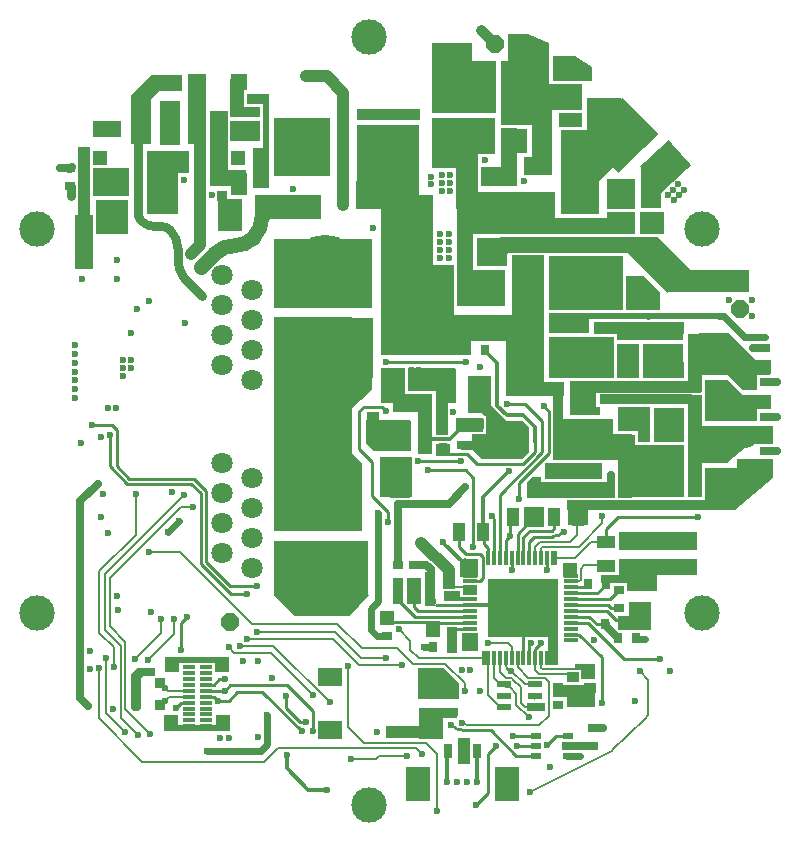
<source format=gtl>
G04*
G04 #@! TF.GenerationSoftware,Altium Limited,Altium Designer,22.1.2 (22)*
G04*
G04 Layer_Physical_Order=1*
G04 Layer_Color=255*
%FSLAX25Y25*%
%MOIN*%
G70*
G04*
G04 #@! TF.SameCoordinates,718D4045-E2B1-425D-88C3-508A2C93E544*
G04*
G04*
G04 #@! TF.FilePolarity,Positive*
G04*
G01*
G75*
%ADD11C,0.01000*%
%ADD13C,0.00800*%
%ADD25R,0.22835X0.24410*%
%ADD26R,0.06299X0.11811*%
%ADD27R,0.03000X0.03500*%
%ADD28R,0.17717X0.06496*%
%ADD29R,0.03500X0.03000*%
%ADD30R,0.02559X0.03819*%
%ADD31R,0.06693X0.09843*%
%ADD32R,0.10984X0.10118*%
%ADD33R,0.15748X0.07874*%
%ADD34R,0.04803X0.02441*%
%ADD35R,0.03622X0.03228*%
%ADD36R,0.08268X0.11811*%
%ADD37R,0.03150X0.05118*%
%ADD38R,0.04173X0.07165*%
%ADD39R,0.03740X0.02362*%
%ADD40R,0.07874X0.05906*%
%ADD41R,0.04724X0.04724*%
%ADD42R,0.04000X0.06000*%
%ADD43R,0.06000X0.04000*%
%ADD44R,0.03937X0.01181*%
%ADD45R,0.05118X0.04606*%
%ADD46P,0.06494X8X202.5*%
%ADD47P,0.06494X8X292.5*%
%ADD48R,0.03150X0.03543*%
%ADD49R,0.19685X0.19685*%
%ADD50R,0.01260X0.04803*%
%ADD51R,0.04803X0.01260*%
%ADD52R,0.02362X0.03150*%
%ADD53R,0.03150X0.02362*%
%ADD54R,0.10236X0.12598*%
%ADD98C,0.03000*%
%ADD99C,0.05000*%
%ADD100C,0.01200*%
%ADD101C,0.02500*%
%ADD102C,0.04000*%
%ADD103C,0.02200*%
%ADD104C,0.03500*%
%ADD105C,0.02000*%
%ADD106R,0.33000X0.14300*%
%ADD107R,0.19400X0.04800*%
%ADD108R,0.26100X0.08785*%
%ADD109R,0.03800X0.26000*%
%ADD110R,0.12600X0.19200*%
%ADD111R,0.31700X0.18406*%
%ADD112R,0.29600X0.22500*%
%ADD113R,0.31000X0.08800*%
%ADD114R,0.06300X0.22000*%
%ADD115R,0.05726X0.31600*%
%ADD116R,0.12200X0.05300*%
%ADD117R,0.03726X0.19585*%
G04:AMPARAMS|DCode=118|XSize=155.54mil|YSize=69.2mil|CornerRadius=0mil|HoleSize=0mil|Usage=FLASHONLY|Rotation=45.000|XOffset=0mil|YOffset=0mil|HoleType=Round|Shape=Rectangle|*
%AMROTATEDRECTD118*
4,1,4,-0.03053,-0.07946,-0.07946,-0.03053,0.03053,0.07946,0.07946,0.03053,-0.03053,-0.07946,0.0*
%
%ADD118ROTATEDRECTD118*%

G04:AMPARAMS|DCode=119|XSize=62.04mil|YSize=111.79mil|CornerRadius=0mil|HoleSize=0mil|Usage=FLASHONLY|Rotation=42.000|XOffset=0mil|YOffset=0mil|HoleType=Round|Shape=Rectangle|*
%AMROTATEDRECTD119*
4,1,4,0.01435,-0.06229,-0.06045,0.02078,-0.01435,0.06229,0.06045,-0.02078,0.01435,-0.06229,0.0*
%
%ADD119ROTATEDRECTD119*%

%ADD120R,0.16437X0.25000*%
%ADD121R,0.16237X0.12100*%
%ADD122R,0.05498X0.55954*%
%ADD123R,0.13000X0.60600*%
%ADD124R,0.05000X0.04450*%
%ADD125R,0.04200X0.06000*%
%ADD126R,0.05600X0.05800*%
%ADD127R,0.13800X0.18000*%
%ADD128R,0.07500X0.01100*%
%ADD129R,0.04600X0.04736*%
%ADD130R,0.06150X0.05100*%
%ADD131R,0.13800X0.23300*%
%ADD132R,0.05891X0.02561*%
%ADD133R,0.04379X0.03324*%
%ADD134R,0.03726X0.29097*%
%ADD135R,0.04678X0.04937*%
%ADD136R,0.07079X0.02200*%
%ADD137R,0.21429X0.01846*%
%ADD138R,0.10800X0.13495*%
%ADD139R,0.09378X0.07700*%
%ADD140R,0.14300X0.04337*%
%ADD141R,0.53000X0.05200*%
%ADD142R,0.07200X0.19100*%
%ADD143R,0.12372X0.09500*%
%ADD144R,0.25900X0.52000*%
%ADD145R,0.08400X0.07500*%
G04:AMPARAMS|DCode=146|XSize=88.39mil|YSize=172.54mil|CornerRadius=0mil|HoleSize=0mil|Usage=FLASHONLY|Rotation=45.000|XOffset=0mil|YOffset=0mil|HoleType=Round|Shape=Rectangle|*
%AMROTATEDRECTD146*
4,1,4,0.02975,-0.09225,-0.09225,0.02975,-0.02975,0.09225,0.09225,-0.02975,0.02975,-0.09225,0.0*
%
%ADD146ROTATEDRECTD146*%

%ADD147R,0.10122X0.05522*%
%ADD148R,0.06200X0.23500*%
%ADD149R,0.04031X0.03870*%
%ADD150R,0.04700X0.34300*%
%ADD151R,0.04700X0.19700*%
%ADD152R,0.03600X0.06900*%
%ADD153R,0.18700X0.19337*%
%ADD154R,0.04500X0.07177*%
%ADD155R,0.07235X0.08200*%
%ADD156R,0.22300X0.03500*%
%ADD157R,0.25900X0.05900*%
%ADD158R,0.03850X0.03537*%
%ADD159R,0.20713X0.05800*%
G04:AMPARAMS|DCode=160|XSize=157.93mil|YSize=61.55mil|CornerRadius=0mil|HoleSize=0mil|Usage=FLASHONLY|Rotation=43.000|XOffset=0mil|YOffset=0mil|HoleType=Round|Shape=Rectangle|*
%AMROTATEDRECTD160*
4,1,4,-0.03676,-0.07636,-0.07874,-0.03135,0.03676,0.07636,0.07874,0.03135,-0.03676,-0.07636,0.0*
%
%ADD160ROTATEDRECTD160*%

G04:AMPARAMS|DCode=161|XSize=128.03mil|YSize=66.49mil|CornerRadius=0mil|HoleSize=0mil|Usage=FLASHONLY|Rotation=42.000|XOffset=0mil|YOffset=0mil|HoleType=Round|Shape=Rectangle|*
%AMROTATEDRECTD161*
4,1,4,-0.02533,-0.06754,-0.06982,-0.01813,0.02533,0.06754,0.06982,0.01813,-0.02533,-0.06754,0.0*
%
%ADD161ROTATEDRECTD161*%

%ADD162R,0.07156X0.14150*%
%ADD163R,0.09774X0.10100*%
G04:AMPARAMS|DCode=164|XSize=56.56mil|YSize=100.41mil|CornerRadius=0mil|HoleSize=0mil|Usage=FLASHONLY|Rotation=315.000|XOffset=0mil|YOffset=0mil|HoleType=Round|Shape=Rectangle|*
%AMROTATEDRECTD164*
4,1,4,-0.05550,-0.01550,0.01550,0.05550,0.05550,0.01550,-0.01550,-0.05550,-0.05550,-0.01550,0.0*
%
%ADD164ROTATEDRECTD164*%

%ADD165R,0.07000X0.16426*%
%ADD166R,0.56000X0.03300*%
%ADD167R,0.10100X0.03700*%
%ADD168R,0.04500X0.12300*%
%ADD169R,0.48100X0.02300*%
%ADD170R,0.04600X0.05500*%
%ADD171R,0.04600X0.04444*%
%ADD172R,0.04600X0.04898*%
%ADD173R,0.04200X0.08826*%
%ADD174R,0.21700X0.02200*%
%ADD175R,0.05400X0.06000*%
%ADD176R,0.31050X0.03300*%
%ADD177R,0.29400X0.05200*%
%ADD178R,0.08421X0.06200*%
%ADD179R,0.22100X0.05000*%
%ADD180R,0.18600X0.05000*%
%ADD181R,0.11500X0.12100*%
%ADD182R,0.23900X0.06100*%
%ADD183R,0.39619X0.03900*%
%ADD184R,0.08100X0.12300*%
%ADD185R,0.13700X0.07000*%
%ADD186R,0.18700X0.04400*%
%ADD187R,0.07974X0.04700*%
%ADD188R,0.04600X0.05200*%
%ADD189R,0.10300X0.03000*%
%ADD190R,0.20200X0.08463*%
%ADD191R,0.05100X0.21385*%
%ADD192R,0.10400X0.11600*%
%ADD193R,0.10600X0.07900*%
%ADD194R,0.13200X0.05700*%
%ADD195R,0.13500X0.11800*%
%ADD196R,0.07400X0.11800*%
%ADD197R,0.13979X0.07600*%
%ADD198R,0.03400X0.03500*%
%ADD199R,0.04100X0.24100*%
%ADD200R,0.09700X0.05500*%
%ADD201R,0.10600X0.11617*%
%ADD202R,0.07000X0.02500*%
%ADD203R,0.07100X0.06500*%
G04:AMPARAMS|DCode=204|XSize=53.74mil|YSize=199.4mil|CornerRadius=0mil|HoleSize=0mil|Usage=FLASHONLY|Rotation=45.000|XOffset=0mil|YOffset=0mil|HoleType=Round|Shape=Rectangle|*
%AMROTATEDRECTD204*
4,1,4,0.05150,-0.08950,-0.08950,0.05150,-0.05150,0.08950,0.08950,-0.05150,0.05150,-0.08950,0.0*
%
%ADD204ROTATEDRECTD204*%

%ADD205R,0.27650X0.07700*%
%ADD206R,0.21600X0.17800*%
%ADD207R,0.11055X0.05100*%
%ADD208R,0.07500X0.09600*%
%ADD209R,0.30000X0.04000*%
%ADD210R,0.06400X0.18100*%
%ADD211R,0.02300X0.22800*%
%ADD212R,0.05700X0.13600*%
%ADD213R,0.05900X0.25000*%
%ADD214R,0.27900X0.20200*%
%ADD215R,0.08000X0.05900*%
%ADD216R,0.15900X0.10500*%
G04:AMPARAMS|DCode=217|XSize=208.66mil|YSize=128.77mil|CornerRadius=0mil|HoleSize=0mil|Usage=FLASHONLY|Rotation=45.000|XOffset=0mil|YOffset=0mil|HoleType=Round|Shape=Rectangle|*
%AMROTATEDRECTD217*
4,1,4,-0.02825,-0.11930,-0.11930,-0.02825,0.02825,0.11930,0.11930,0.02825,-0.02825,-0.11930,0.0*
%
%ADD217ROTATEDRECTD217*%

G04:AMPARAMS|DCode=218|XSize=66.31mil|YSize=169.71mil|CornerRadius=0mil|HoleSize=0mil|Usage=FLASHONLY|Rotation=225.000|XOffset=0mil|YOffset=0mil|HoleType=Round|Shape=Rectangle|*
%AMROTATEDRECTD218*
4,1,4,-0.03655,0.08345,0.08345,-0.03655,0.03655,-0.08345,-0.08345,0.03655,-0.03655,0.08345,0.0*
%
%ADD218ROTATEDRECTD218*%

%ADD219R,0.13100X0.27999*%
%ADD220R,0.12000X0.08500*%
%ADD221R,0.15900X0.16400*%
%ADD222R,0.18100X0.17400*%
%ADD223R,0.14019X0.16999*%
%ADD224R,0.21100X0.22200*%
%ADD225R,0.08300X0.10900*%
%ADD226R,0.09800X0.13000*%
%ADD227R,0.18600X0.09800*%
%ADD228R,0.06800X0.14684*%
%ADD229R,0.04800X0.05784*%
%ADD230R,0.03500X0.11600*%
%ADD231R,0.09900X0.10163*%
%ADD232R,0.09841X0.02700*%
%ADD233R,0.03383X0.06000*%
%ADD234R,0.03500X0.08500*%
%ADD235R,0.05500X0.03300*%
%ADD236R,0.02600X0.04803*%
%ADD237R,0.09813X0.07500*%
%ADD238R,0.12000X0.02500*%
%ADD239R,0.03771X0.05100*%
%ADD240R,0.13150X0.03600*%
%ADD241R,0.04800X0.04500*%
%ADD242R,0.07700X0.03200*%
%ADD243R,0.10100X0.06718*%
%ADD244R,0.22400X0.08400*%
%ADD245R,0.24700X0.18463*%
%ADD246R,0.25850X0.05800*%
%ADD247R,0.10400X0.09800*%
%ADD248R,0.10800X0.27600*%
%ADD249R,0.06100X0.11500*%
%ADD250R,0.06199X0.06463*%
%ADD251R,0.05000X0.03200*%
%ADD252R,0.06800X0.08300*%
%ADD253R,0.06572X0.06800*%
%ADD254R,0.01972X0.05000*%
%ADD255R,0.04600X0.08700*%
%ADD256R,0.03700X0.08700*%
%ADD257C,0.22835*%
%ADD258R,0.06260X0.06260*%
%ADD259C,0.06260*%
%ADD260R,0.10394X0.10394*%
%ADD261C,0.10394*%
%ADD262C,0.03937*%
%ADD263C,0.07087*%
%ADD264C,0.11811*%
%ADD265C,0.02362*%
G36*
X59900Y254010D02*
Y248100D01*
X46122D01*
Y257078D01*
X53085D01*
X59900Y254010D01*
D02*
G37*
G36*
X74300Y245931D02*
Y241545D01*
X61400D01*
Y249600D01*
X68523D01*
X74300Y245931D01*
D02*
G37*
G36*
X16800Y228400D02*
X-4200D01*
Y231900D01*
X16800D01*
Y228400D01*
D02*
G37*
G36*
X70800Y226000D02*
X63200D01*
Y230800D01*
X70800D01*
Y226000D01*
D02*
G37*
G36*
X84100Y232016D02*
X72750Y221382D01*
Y235700D01*
X84100D01*
Y232016D01*
D02*
G37*
G36*
X49400Y207200D02*
Y206300D01*
X37400D01*
Y212800D01*
X43900Y212800D01*
Y225600D01*
X49400D01*
Y207200D01*
D02*
G37*
G36*
X-63800Y197100D02*
X-74000D01*
Y216600D01*
X-63800D01*
Y197100D01*
D02*
G37*
G36*
X1100Y165800D02*
X-31800D01*
Y188800D01*
X1100D01*
Y165800D01*
D02*
G37*
G36*
X97000Y171200D02*
Y165000D01*
X89885D01*
X91400Y175400D01*
X91750Y176450D01*
X97000Y171200D01*
D02*
G37*
G36*
X12844Y163400D02*
X34100D01*
Y150000D01*
X5100D01*
Y150200D01*
X5044D01*
Y180239D01*
X12844D01*
Y163400D01*
D02*
G37*
G36*
X81500Y142400D02*
X60000D01*
Y156100D01*
X81500D01*
Y142400D01*
D02*
G37*
G36*
X134000Y143400D02*
X129400D01*
Y138500D01*
Y138300D01*
X124603D01*
X119503Y143400D01*
X110100D01*
Y157291D01*
X119600D01*
X134000Y143400D01*
D02*
G37*
G36*
X1000Y138364D02*
X-6440Y131600D01*
X-20600D01*
X1000Y149698D01*
Y138364D01*
D02*
G37*
G36*
X75500Y135800D02*
Y130200D01*
X67000D01*
Y141500D01*
X75500D01*
Y135800D01*
D02*
G37*
G36*
X129200Y132100D02*
Y127953D01*
X111800D01*
Y141700D01*
X119600D01*
X129200Y132100D01*
D02*
G37*
G36*
X38100Y124500D02*
X28800D01*
Y129100D01*
X38100D01*
Y124500D01*
D02*
G37*
G36*
X28602Y137976D02*
X26300D01*
Y131570D01*
X26219Y131374D01*
Y130626D01*
X26300Y130430D01*
Y123526D01*
X22341D01*
Y137976D01*
X12800D01*
Y145800D01*
X28602D01*
Y137976D01*
D02*
G37*
G36*
X13800Y128200D02*
Y117900D01*
X1600D01*
X-1000Y120500D01*
Y128300D01*
X13700D01*
X13800Y128200D01*
D02*
G37*
G36*
X11800Y136900D02*
X21000D01*
Y131000D01*
X20984D01*
Y117150D01*
X16400D01*
Y131000D01*
X7900D01*
Y133950D01*
X4743D01*
X4697Y133981D01*
X4229Y134074D01*
X3800D01*
Y145772D01*
X11800D01*
Y136900D01*
D02*
G37*
G36*
X40600Y133300D02*
X45947Y127953D01*
X51379D01*
X53355Y125977D01*
Y117585D01*
X51170Y115400D01*
X37527D01*
X34200Y118727D01*
Y123786D01*
X38100D01*
X38169Y123800D01*
X39071D01*
Y129429D01*
X38780Y129720D01*
Y129759D01*
X38741D01*
X37700Y130800D01*
X33100D01*
Y143200D01*
X40600D01*
Y133300D01*
D02*
G37*
G36*
X128300Y121700D02*
X119200Y114110D01*
X109400D01*
Y126010D01*
X127955D01*
X128300Y121700D01*
D02*
G37*
G36*
X77600Y108700D02*
X58500D01*
Y114100D01*
X77600D01*
Y108700D01*
D02*
G37*
G36*
X-7682Y119482D02*
X-2300Y114100D01*
Y107482D01*
X-15200Y119482D01*
X-7682Y119482D01*
D02*
G37*
G36*
X57400Y106759D02*
X52500Y107800D01*
X54200Y109500D01*
X57400D01*
Y106759D01*
D02*
G37*
G36*
X134700Y109200D02*
X122100Y98400D01*
X111800D01*
Y112500D01*
X134700D01*
Y109200D01*
D02*
G37*
G36*
X-6395Y63000D02*
X-24800D01*
X-31724Y69924D01*
X0D01*
X-6395Y63000D01*
D02*
G37*
G36*
X29800Y40643D02*
X29800Y35400D01*
X16395Y35400D01*
Y45718D01*
X24725D01*
X29800Y40643D01*
D02*
G37*
G36*
X-71300Y43200D02*
X-75000D01*
X-75926Y42274D01*
Y32374D01*
X-76800Y31500D01*
X-78600D01*
X-79548Y32448D01*
Y43452D01*
X-77300Y45700D01*
X-71300D01*
Y43200D01*
D02*
G37*
D11*
X27300Y26700D02*
G03*
X31646Y24900I4346J4346D01*
G01*
X53900Y54000D02*
G03*
X53381Y52748I1252J-1252D01*
G01*
X61140Y89543D02*
G03*
X64900Y91100I0J5317D01*
G01*
X62828Y36437D02*
G03*
X62677Y36500I-152J-152D01*
G01*
X41570Y95319D02*
G03*
X41081Y96500I-1670J0D01*
G01*
X900Y103100D02*
Y114402D01*
X6300Y94319D02*
Y97700D01*
X900Y103100D02*
X6300Y97700D01*
X-3300Y118602D02*
X900Y114402D01*
X34600Y86100D02*
Y109200D01*
X32178Y111622D02*
X34600Y109200D01*
X5500Y147700D02*
X32281D01*
X31646Y24900D02*
X40500D01*
X-1703Y132850D02*
X4229D01*
X-3300Y118602D02*
Y131254D01*
X-1703Y132850D01*
X51800Y133800D02*
X57600Y128000D01*
X46100Y133800D02*
X51800D01*
X59900Y117354D02*
Y131200D01*
X50000Y107454D02*
X59900Y117354D01*
X58200Y132900D02*
X59900Y131200D01*
X43539Y103539D02*
X57600Y117600D01*
Y128000D01*
X51200Y113700D02*
X55200Y117700D01*
Y120900D01*
X67291Y56749D02*
X70051D01*
X77500Y33900D02*
Y49300D01*
X70051Y56749D02*
X77500Y49300D01*
X72819Y60816D02*
X84835Y48800D01*
X67161Y60816D02*
X72819D01*
X84835Y48800D02*
X97000D01*
X67161Y56879D02*
X67291Y56749D01*
X67161Y62784D02*
X73416D01*
X78329Y60337D02*
X78528Y60537D01*
X73416Y62784D02*
X75863Y60337D01*
X78329D01*
X-27300Y39900D02*
X-18750Y31350D01*
X-46300Y39900D02*
X-27300D01*
X-18750Y24600D02*
Y31350D01*
X53381Y49005D02*
Y52748D01*
X55010Y36500D02*
X55100Y36410D01*
X32500Y117200D02*
X36000Y113700D01*
X51200D01*
X26400Y117200D02*
X32500D01*
X16400Y114603D02*
X30681D01*
X50000Y102000D02*
Y107454D01*
X43539Y82469D02*
Y103539D01*
X4229Y132850D02*
X5600Y131480D01*
X-54500Y81204D02*
Y104700D01*
X-58503Y108703D02*
X-54500Y104700D01*
X-79903Y108703D02*
X-58503D01*
X14800Y66200D02*
Y68509D01*
Y66200D02*
X16247Y64753D01*
X14800Y68509D02*
X15428Y69137D01*
X16247Y64753D02*
X33696D01*
Y74595D02*
X33723Y74622D01*
X36822D02*
X37900Y75700D01*
Y82714D01*
X33723Y74622D02*
X36822D01*
X62347Y23146D02*
X66413D01*
X59338Y20138D02*
X62347Y23146D01*
X-27734Y32534D02*
Y36366D01*
Y32534D02*
X-23069Y27869D01*
X55350Y49005D02*
Y51963D01*
X87200Y76419D02*
X87459Y76160D01*
X86783Y75483D02*
X87459Y76160D01*
X87700Y76400D01*
X55100Y35861D02*
Y36410D01*
X39602Y49005D02*
X39681Y48926D01*
X54500Y57900D02*
Y60066D01*
X55300Y60866D01*
X55350Y51963D02*
X57400Y54014D01*
X40500Y24900D02*
X48946Y16454D01*
X55587D01*
X44706Y66721D02*
X48059Y63368D01*
X-85819Y126619D02*
X-84100Y124900D01*
X-92460Y126619D02*
X-85819D01*
X-84100Y112900D02*
Y124900D01*
X-86534Y112923D02*
Y123362D01*
X-48100Y38100D02*
X-46300Y39900D01*
X-35700Y37800D02*
X-22500Y24600D01*
X-43900Y37800D02*
X-35700D01*
X-46819Y34881D02*
X-43900Y37800D01*
X-23069Y27869D02*
X-21132D01*
X-46141Y70441D02*
X-40678D01*
X-56219Y80519D02*
X-46141Y70441D01*
X-56219Y80519D02*
Y103919D01*
X-46496Y73200D02*
X-37300D01*
X-54500Y81204D02*
X-46496Y73200D01*
X-62700Y51700D02*
Y60569D01*
X-60700Y62569D01*
X-84100Y112900D02*
X-79903Y108703D01*
X-80614Y107003D02*
X-59303D01*
X-56219Y103919D01*
X-86534Y112923D02*
X-80614Y107003D01*
X48100Y23046D02*
X55587D01*
X41570Y82469D02*
Y95319D01*
X38211Y86989D02*
Y90592D01*
X39590Y84371D02*
Y85610D01*
X38211Y86989D02*
X39590Y85610D01*
X39602Y82469D02*
Y84359D01*
X39590Y84371D02*
X39602Y84359D01*
X37014Y83600D02*
X37900Y82714D01*
X29900Y85900D02*
X32200Y83600D01*
X37014D01*
X29900Y85900D02*
Y92303D01*
X59287Y78481D02*
Y82469D01*
X55080Y89543D02*
X61140D01*
X53381Y87843D02*
X55080Y89543D01*
X61683Y92286D02*
Y96117D01*
X60834Y91437D02*
X61683Y92286D01*
X53608Y91437D02*
X60834D01*
X47476Y78546D02*
Y82469D01*
X45500Y88300D02*
X46900Y89700D01*
X45500Y82477D02*
Y88300D01*
X46900Y89700D02*
Y95100D01*
X48000Y96200D01*
X49444Y82469D02*
Y90344D01*
X53004Y93904D01*
X61600Y96200D02*
X61683Y96117D01*
X19522Y111622D02*
X32178D01*
X53004Y93904D02*
X55149D01*
X80131Y68690D02*
X83179Y71737D01*
X67161Y68690D02*
X80131D01*
X-50387Y34881D02*
X-46819D01*
X-51648Y36143D02*
X-50387Y34881D01*
X-54500Y36143D02*
X-51648D01*
X-54495Y38105D02*
X-48100D01*
X-49900Y41900D02*
X-48100D01*
X-51720Y40080D02*
X-49900Y41900D01*
X-62788Y34112D02*
X-60231D01*
X-60169Y34174D01*
X-64400Y32500D02*
X-62788Y34112D01*
X48062Y63365D02*
X48064Y63364D01*
X48059Y63368D02*
X48062Y63365D01*
X27537Y73258D02*
X28031Y72764D01*
X27537Y73258D02*
Y74487D01*
X78900Y91900D02*
X83000Y96000D01*
X78900Y87700D02*
Y91900D01*
X83000Y96000D02*
X109500D01*
X35600Y200D02*
X39600Y4200D01*
Y17184D01*
X42116Y19700D01*
X49300D02*
X55387D01*
X22218Y66721D02*
X33696D01*
X4578Y60944D02*
X4601Y60967D01*
X21300Y60816D02*
X33696D01*
X4601Y60967D02*
X21149D01*
X21300Y60816D01*
X15384Y62784D02*
X33696D01*
X10429Y67740D02*
X15384Y62784D01*
X10429Y67740D02*
Y68137D01*
X9428Y69137D02*
X10429Y68137D01*
X53381Y82469D02*
Y87843D01*
X51413Y89242D02*
X53608Y91437D01*
X-88930Y199510D02*
X-88919Y197519D01*
X67308Y76694D02*
X68194D01*
X70100Y159600D02*
Y162400D01*
X70850Y163150D01*
X45500Y82477D02*
X45507Y82469D01*
X78061Y72631D02*
X79200D01*
X77808Y72377D02*
X78061Y72631D01*
X86783Y74520D02*
Y75483D01*
X87700Y76400D02*
X89100D01*
X78796Y73877D02*
X79439Y74520D01*
X48064Y63364D02*
X53527Y57900D01*
X21500Y67286D02*
Y68630D01*
X20500Y69630D02*
X21500Y68630D01*
X53527Y57900D02*
X54500D01*
X51413Y82469D02*
Y89242D01*
X51413Y49005D02*
Y57200D01*
X33696Y66721D02*
X35598Y66742D01*
X35605D01*
X42589Y66815D02*
X44706Y66721D01*
X67178Y76564D02*
X67308Y76694D01*
X67161Y76564D02*
X67178D01*
X79583Y66721D02*
X80567Y65737D01*
X83529Y61640D02*
X84528Y60640D01*
Y60537D02*
Y60640D01*
X67161Y64753D02*
X79147D01*
X82260Y61640D01*
X80567Y65737D02*
X83929D01*
X67161Y66721D02*
X79583D01*
X82260Y61640D02*
X83529D01*
X83179Y71737D02*
X83429D01*
X78119Y72700D02*
X78900D01*
X76078Y70658D02*
X78119Y72700D01*
X67161Y70658D02*
X76078D01*
X-54500Y40080D02*
X-51720D01*
X27000Y58847D02*
X33696D01*
X26500Y75524D02*
X27537Y74487D01*
X26500Y75524D02*
Y75700D01*
X31729Y72715D02*
X32255Y72189D01*
Y72100D02*
Y72189D01*
X32282Y76564D02*
X33696D01*
X32152Y76694D02*
X32282Y76564D01*
X32152Y76694D02*
Y78108D01*
X51413Y82469D02*
X51413Y82469D01*
X67161Y72627D02*
X73196D01*
D13*
X80892Y18145D02*
G03*
X81087Y18284I-362J714D01*
G01*
X30977Y27494D02*
G03*
X32893Y26700I1917J1917D01*
G01*
X45507Y46545D02*
G03*
X47352Y44700I1845J0D01*
G01*
X93079Y29952D02*
Y41740D01*
X81087Y18284D02*
X91874Y28748D01*
X93079Y29952D01*
X-86500Y59700D02*
Y75757D01*
X-88200Y58300D02*
Y76900D01*
X-61700Y103400D01*
X-89900Y78100D02*
X-77811Y90188D01*
X-89900Y57300D02*
Y78100D01*
X-86500Y75757D02*
X-62757Y99500D01*
X-86500Y59700D02*
X-81300Y54500D01*
X-88200Y58300D02*
X-82800Y52900D01*
X-89900Y57300D02*
X-85200Y52600D01*
X-81300Y24300D02*
X-81300D01*
X-87755Y30755D02*
Y48935D01*
Y30755D02*
X-81300Y24300D01*
X-81300Y32026D02*
X-73137Y23863D01*
X-81300Y32026D02*
Y54500D01*
X39600Y36774D02*
Y48305D01*
Y36774D02*
X43400Y32974D01*
X38800Y48203D02*
X39251Y48654D01*
X39330Y48575D02*
X39600Y48305D01*
X39251Y48654D02*
X39602Y49005D01*
X38900D02*
X39251Y48654D01*
X39330Y48575D01*
X-63000Y84500D02*
X-39000Y60500D01*
X-10626D02*
X-2526Y52400D01*
X-39000Y60500D02*
X-10626D01*
X-11300Y57800D02*
X-2569Y49069D01*
X-37300Y57800D02*
X-11300D01*
X-40678Y55381D02*
X-12181D01*
X-3560Y46760D01*
X-7076Y25942D02*
Y46398D01*
Y25942D02*
X-1834Y20700D01*
X-2526Y52400D02*
X9349D01*
X-3560Y46760D02*
X10909D01*
X9349Y52400D02*
X14549Y47200D01*
X-85200Y46100D02*
Y52600D01*
X-2569Y49069D02*
X5644D01*
X53758Y4400D02*
X80892Y18145D01*
X72876Y45045D02*
X73016Y44864D01*
X72278Y44237D02*
X73700D01*
X73073Y44864D02*
X73700Y44237D01*
X-43100Y53100D02*
X-31935D01*
X-13200Y34365D01*
Y34365D02*
Y34365D01*
X-6152Y15474D02*
X2274D01*
X3219Y16419D02*
X12450D01*
X2274Y15474D02*
X3219Y16419D01*
X25400Y119050D02*
X25962Y118488D01*
X25400Y119050D02*
Y119300D01*
X19400Y122800D02*
Y124800D01*
Y122800D02*
X20000Y122200D01*
X19400Y124800D02*
Y125300D01*
X19300Y124800D02*
Y130200D01*
X19400Y130300D01*
X-35025Y14500D02*
X-30463Y19062D01*
X15661D01*
X17600Y17123D01*
X90219Y44600D02*
X93079Y41740D01*
X18900Y20700D02*
X22600Y17000D01*
Y-2100D02*
Y17000D01*
X-1834Y20700D02*
X18900D01*
X14549Y47200D02*
X25300D01*
X31800Y40700D01*
Y37900D02*
Y40700D01*
X-44900Y50800D02*
X-32861D01*
X-18880Y36820D01*
X16519Y49000D02*
X38800D01*
X13684Y51835D02*
Y54716D01*
Y51835D02*
X16519Y49000D01*
X43539Y44274D02*
X45452Y42361D01*
X47570D01*
X48097Y41833D01*
X43539Y44274D02*
Y47103D01*
X56923Y87700D02*
X67000D01*
X69200Y89900D02*
Y95966D01*
X67000Y87700D02*
X69200Y89900D01*
X88876Y159900D02*
X90000D01*
X69129Y96037D02*
X69200Y95966D01*
X70462Y75062D02*
Y78862D01*
X71500Y79900D01*
X69995Y74595D02*
X70462Y75062D01*
X71500Y79900D02*
X78900D01*
X67161Y74595D02*
X69995D01*
X78900Y79900D02*
X79200D01*
X67161Y74595D02*
X67391Y74825D01*
X47476Y49005D02*
Y52816D01*
X39671Y54091D02*
X46200D01*
X47476Y52816D01*
X-90136Y28936D02*
X-75700Y14500D01*
X-90136Y28936D02*
Y45881D01*
X58608Y42361D02*
X59781Y41187D01*
X56700Y26700D02*
X59781Y29781D01*
Y41187D01*
X41570Y42284D02*
X43614Y40240D01*
X41570Y42284D02*
Y49005D01*
X43614Y40240D02*
X44795D01*
X49100Y33500D02*
Y37117D01*
X44795Y40240D02*
X45616Y39420D01*
X46797D01*
X49100Y37117D01*
X56439Y43861D02*
X66555D01*
X55350Y44950D02*
Y49005D01*
Y44950D02*
X56439Y43861D01*
X67428Y42987D02*
X67678D01*
X66555Y43861D02*
X67428Y42987D01*
X9814Y58586D02*
X13684Y54716D01*
X45507Y46545D02*
Y49005D01*
X47352Y44700D02*
X51812Y40240D01*
X55110Y32760D02*
X55410D01*
X45507Y49005D02*
X45737Y48775D01*
X32893Y26700D02*
X56700D01*
X51961Y32760D02*
X55110D01*
X53300Y29300D02*
X53400D01*
X49100Y33500D02*
X53300Y29300D01*
X71860Y43818D02*
X72278Y44237D01*
X71860Y43441D02*
Y43818D01*
X70900Y45400D02*
X71650Y46150D01*
X57816Y45400D02*
X70900D01*
X51812Y40240D02*
X55110D01*
X48097Y41833D02*
X50600Y39330D01*
Y34121D02*
Y39330D01*
X48097Y41833D02*
Y41833D01*
X49493Y45925D02*
X53057Y42361D01*
X49493Y45925D02*
Y48956D01*
X53057Y42361D02*
X58608D01*
X49444Y49005D02*
X49493Y48956D01*
X57348Y45869D02*
Y48975D01*
Y45869D02*
X57816Y45400D01*
X57318Y49005D02*
X57348Y48975D01*
X50600Y34121D02*
X51961Y32760D01*
X73016Y44864D02*
X73073D01*
X72278Y45818D02*
X72876Y45045D01*
X-73500Y84500D02*
X-63000D01*
X-62757Y99500D02*
X-58600D01*
X-77811Y90188D02*
Y103700D01*
X-82800Y29026D02*
Y52900D01*
X-75700Y14500D02*
X-35025D01*
X-82800Y29026D02*
X-77137Y23363D01*
X-73800Y48400D02*
X-65100Y57100D01*
Y62200D01*
X-69481Y57319D02*
Y62181D01*
X-78000Y48800D02*
X-69481Y57319D01*
X-46700Y52600D02*
X-44900Y50800D01*
X69828Y94237D02*
Y95137D01*
X-66783Y36143D02*
X-60169D01*
X-69765Y33161D02*
X-66783Y36143D01*
X-69863Y40840D02*
X-67134Y38111D01*
X-60169D01*
X69800Y86200D02*
X77600Y94000D01*
Y96400D01*
X57787Y86200D02*
X69800D01*
X73837Y87600D02*
X79100D01*
X-49000Y93919D02*
Y95100D01*
X55350Y86127D02*
X56923Y87700D01*
X57318Y82469D02*
Y85731D01*
X57787Y86200D01*
X61255Y82469D02*
X68707D01*
X73837Y87600D01*
X61485Y83837D02*
Y84471D01*
X55350Y82469D02*
Y86127D01*
X26900Y29900D02*
Y31500D01*
X-54500Y38111D02*
X-54495Y38105D01*
X-55131Y36131D02*
X-55100Y36100D01*
X27775Y30475D02*
X28300Y31000D01*
X27650Y30600D02*
X28050Y31000D01*
X28300D01*
X28550D01*
X61255Y83607D02*
X61485Y83837D01*
D25*
X16800Y168134D02*
D03*
D26*
X25796Y139866D02*
D03*
X7804D02*
D03*
D27*
X18500Y130300D02*
D03*
X24500D02*
D03*
Y125300D02*
D03*
X18500D02*
D03*
Y118900D02*
D03*
X24500D02*
D03*
X32600Y151800D02*
D03*
X38600D02*
D03*
X87900Y151200D02*
D03*
X93900D02*
D03*
X97800Y123300D02*
D03*
X91800D02*
D03*
X27400Y52663D02*
D03*
X21400D02*
D03*
X88900Y55600D02*
D03*
X82900D02*
D03*
X72896Y73627D02*
D03*
X78896D02*
D03*
X26500Y75700D02*
D03*
X20500D02*
D03*
X26500Y69630D02*
D03*
X20500D02*
D03*
X78528Y60537D02*
D03*
X84528D02*
D03*
X21500Y57600D02*
D03*
X27500D02*
D03*
X9428Y69137D02*
D03*
X15428D02*
D03*
D28*
X79928Y120537D02*
D03*
X44497D02*
D03*
D29*
X31000Y120000D02*
D03*
Y126000D02*
D03*
X74500Y19700D02*
D03*
Y25700D02*
D03*
X132000Y129400D02*
D03*
Y123400D02*
D03*
X68229Y42437D02*
D03*
Y36437D02*
D03*
X15096Y80127D02*
D03*
Y74127D02*
D03*
X9596Y80127D02*
D03*
Y74127D02*
D03*
X-99600Y212400D02*
D03*
Y206400D02*
D03*
X-38000Y231300D02*
D03*
Y225300D02*
D03*
X5800Y56500D02*
D03*
Y62500D02*
D03*
X73628Y45337D02*
D03*
Y39337D02*
D03*
X107400Y80400D02*
D03*
Y86400D02*
D03*
X27900Y30900D02*
D03*
Y36900D02*
D03*
X62828Y39437D02*
D03*
Y33437D02*
D03*
X83429Y71737D02*
D03*
Y65737D02*
D03*
X132000Y111900D02*
D03*
Y117900D02*
D03*
Y134900D02*
D03*
Y140900D02*
D03*
Y146400D02*
D03*
Y152400D02*
D03*
D30*
X36800Y140850D02*
D03*
Y127150D02*
D03*
D31*
X10300Y107526D02*
D03*
Y123274D02*
D03*
D32*
X65299Y171501D02*
D03*
X39945D02*
D03*
D33*
X6900Y213800D02*
D03*
X-21053D02*
D03*
D34*
X55110Y32760D02*
D03*
Y40240D02*
D03*
X44795D02*
D03*
Y36500D02*
D03*
Y32760D02*
D03*
X55110Y36500D02*
D03*
D35*
X-77737Y37100D02*
D03*
X-69863Y33360D02*
D03*
Y40840D02*
D03*
D36*
X16139Y7187D02*
D03*
X46061Y7187D02*
D03*
D37*
X26179Y18013D02*
D03*
X31100D02*
D03*
X36021Y18013D02*
D03*
D38*
X-10916Y127600D02*
D03*
X1116D02*
D03*
D39*
X55587Y16454D02*
D03*
Y19800D02*
D03*
Y23146D02*
D03*
X66413Y16454D02*
D03*
Y19800D02*
D03*
Y23146D02*
D03*
D40*
X-12932Y42758D02*
D03*
Y25042D02*
D03*
X20532D02*
D03*
Y42758D02*
D03*
D41*
X97214Y129800D02*
D03*
X86190D02*
D03*
X97214Y144700D02*
D03*
X86190D02*
D03*
D42*
X56000Y96200D02*
D03*
X48000D02*
D03*
X38100Y90903D02*
D03*
X30100D02*
D03*
X61600Y96200D02*
D03*
X69600D02*
D03*
D43*
X78900Y79700D02*
D03*
Y87700D02*
D03*
X101228D02*
D03*
Y79700D02*
D03*
X89529Y65737D02*
D03*
Y73737D02*
D03*
X86343Y87700D02*
D03*
Y79700D02*
D03*
X93786Y87700D02*
D03*
Y79700D02*
D03*
D44*
X-60169Y26300D02*
D03*
Y28269D02*
D03*
Y30237D02*
D03*
Y32206D02*
D03*
Y34174D02*
D03*
Y36143D02*
D03*
Y38111D02*
D03*
Y40080D02*
D03*
Y42048D02*
D03*
Y44017D02*
D03*
Y45985D02*
D03*
Y47954D02*
D03*
X-54500D02*
D03*
Y45985D02*
D03*
Y44017D02*
D03*
Y42048D02*
D03*
Y40080D02*
D03*
Y38111D02*
D03*
Y36143D02*
D03*
Y34174D02*
D03*
Y32206D02*
D03*
Y30237D02*
D03*
Y28269D02*
D03*
Y26300D02*
D03*
D45*
X-43666Y215580D02*
D03*
X-89571D02*
D03*
X-43666Y205737D02*
D03*
Y225422D02*
D03*
X-89571D02*
D03*
Y205737D02*
D03*
D46*
X123628Y174637D02*
D03*
Y165337D02*
D03*
D47*
X-46500Y61200D02*
D03*
X42000Y253800D02*
D03*
D48*
X-87272Y193700D02*
D03*
X-96328D02*
D03*
D49*
X50428Y65737D02*
D03*
D50*
X61255Y49005D02*
D03*
X59287D02*
D03*
X51413D02*
D03*
X39602Y82469D02*
D03*
X41570D02*
D03*
X43539D02*
D03*
X45507D02*
D03*
X47476D02*
D03*
X49444D02*
D03*
X51413D02*
D03*
X53381D02*
D03*
X55350D02*
D03*
X57318D02*
D03*
X59287D02*
D03*
X61255D02*
D03*
X57318Y49005D02*
D03*
X55350D02*
D03*
X53381D02*
D03*
X49444D02*
D03*
X47476D02*
D03*
X45507D02*
D03*
X43539D02*
D03*
X41570D02*
D03*
X39602D02*
D03*
D51*
X67161Y64753D02*
D03*
Y58847D02*
D03*
Y54910D02*
D03*
X33696D02*
D03*
Y56879D02*
D03*
Y66721D02*
D03*
X67161Y76564D02*
D03*
Y74595D02*
D03*
Y72627D02*
D03*
Y70658D02*
D03*
Y68690D02*
D03*
Y66721D02*
D03*
Y62784D02*
D03*
Y60816D02*
D03*
Y56879D02*
D03*
X33696Y58847D02*
D03*
Y60816D02*
D03*
Y62784D02*
D03*
Y64753D02*
D03*
Y68690D02*
D03*
Y70658D02*
D03*
Y72627D02*
D03*
Y74595D02*
D03*
Y76564D02*
D03*
D52*
X85970Y200600D02*
D03*
X91482D02*
D03*
X91456Y195400D02*
D03*
X85944D02*
D03*
X-58944Y240600D02*
D03*
X-64456D02*
D03*
D53*
X-35200Y207056D02*
D03*
Y201544D02*
D03*
D54*
X69600Y218600D02*
D03*
X25899D02*
D03*
D98*
X-63700Y181700D02*
G03*
X-61911Y176101I9657J0D01*
G01*
X-66350Y191750D02*
G03*
X-69126Y192900I-2776J-2776D01*
G01*
X-63700Y185352D02*
G03*
X-66350Y191750I-9048J0D01*
G01*
X-77000Y197217D02*
G03*
X-75966Y194729I3512J-0D01*
G01*
D02*
G03*
X-71564Y192900I4422J4432D01*
G01*
D02*
G03*
X-71537Y192900I19J6261D01*
G01*
X-61911Y176101D02*
G03*
X-60872Y174872I7868J5599D01*
G01*
X-71564Y192900D02*
X-69126D01*
X-63700Y181700D02*
Y185352D01*
X-77000Y197217D02*
X-77000Y224400D01*
X-71930Y192900D02*
X-71564D01*
X-60872Y174872D02*
X-55800Y169800D01*
X43959Y120000D02*
X44497Y120537D01*
X31000Y120000D02*
X43959D01*
X125700Y113057D02*
X126857Y111900D01*
X69129Y96037D02*
Y96237D01*
X-99500Y203200D02*
Y206400D01*
X126857Y111900D02*
X132000D01*
D99*
X-38629Y189146D02*
G03*
X-35700Y196217I-7071J7071D01*
G01*
X-44572Y186586D02*
G03*
X-38800Y188975I0J8168D01*
G01*
D02*
G03*
X-38796Y188978I-5772J5779D01*
G01*
X-44572Y186586D02*
G03*
X-51531Y183767I0J-10000D01*
G01*
D02*
G03*
X-51643Y183657I6959J-7181D01*
G01*
X-38796Y188978D02*
X-38629Y189146D01*
X125700Y132743D02*
X126041D01*
X117000Y135700D02*
X118032Y134668D01*
X-55900Y179400D02*
X-51643Y183657D01*
X-35700Y196217D02*
Y197300D01*
Y199600D01*
X117000Y120109D02*
X118459D01*
X117000Y104519D02*
X119697Y107216D01*
X119858D01*
X121009Y122659D02*
X125459D01*
X125700Y122900D01*
X118459Y120109D02*
X121009Y122659D01*
X125700Y142585D02*
Y142588D01*
X-16500Y147837D02*
X-16439Y147776D01*
D100*
X-20300Y5200D02*
X-13900D01*
X-27500Y12400D02*
X-20300Y5200D01*
X55200Y120900D02*
Y126006D01*
X51306Y129900D02*
X55200Y126006D01*
X38100Y90903D02*
Y102800D01*
X46600Y111300D01*
X38800Y151100D02*
X42600Y147300D01*
Y133200D02*
Y147300D01*
X38600Y151050D02*
Y151300D01*
X20000Y122200D02*
X26900D01*
X30700Y125950D02*
Y126000D01*
X29800Y125100D02*
X29850D01*
X30700Y125950D01*
X26900Y122200D02*
X29800Y125100D01*
X42600Y133200D02*
X45900Y129900D01*
X51306D01*
X26019Y7782D02*
X26099Y7861D01*
Y17933D01*
X36000Y7782D02*
X36021Y17513D01*
X36000Y7500D02*
Y7782D01*
X-27500Y16662D02*
Y16781D01*
Y16419D02*
Y16662D01*
X26099Y17933D02*
X26179Y18013D01*
X-27500Y12400D02*
Y16419D01*
X24669Y87531D02*
X31600Y80600D01*
X29030Y69800D02*
X30140Y68690D01*
X35605Y66742D02*
X42094Y66811D01*
X30800Y17413D02*
Y17800D01*
X30900Y17900D01*
X28900Y69800D02*
X29030D01*
X30140Y68690D02*
X33696D01*
X117000Y150100D02*
Y151291D01*
X19891Y24400D02*
X20532Y25042D01*
X7500Y24400D02*
X19891D01*
D101*
X-96300Y86300D02*
Y101300D01*
Y35700D02*
Y86300D01*
Y101300D02*
X-90500Y107100D01*
X26600Y100500D02*
X32000Y105900D01*
X9600Y100500D02*
X26600D01*
X9600Y80127D02*
Y100500D01*
X-35700Y197300D02*
X-35200Y197800D01*
X-71937Y192900D02*
X-71930Y192900D01*
X82800Y55592D02*
Y55700D01*
X78778Y59614D02*
X82800Y55592D01*
X27650Y36900D02*
X27900D01*
X23800Y37600D02*
X26950D01*
X27650Y36900D01*
X-96300Y35700D02*
X-93700Y33100D01*
X74500Y25700D02*
X78000D01*
X78600Y60466D02*
X78778Y60287D01*
Y59614D02*
Y60287D01*
X50428Y65737D02*
X55144Y61021D01*
X55500Y59800D02*
Y61066D01*
X55000Y59300D02*
X55500Y59800D01*
X55144Y61021D02*
X60579D01*
X50428Y65737D02*
X55300Y60866D01*
X-99600Y212150D02*
X-99100Y212650D01*
X-99900Y212150D02*
X-99600D01*
X-46905Y62500D02*
X-46700Y62295D01*
Y61200D02*
Y62295D01*
X-39978Y141800D02*
X-38800D01*
X21632Y42758D02*
X22974Y44100D01*
X-103000Y212400D02*
X-99700D01*
X115910Y120109D02*
X117000D01*
X-66074Y46850D02*
X-65799Y46576D01*
X80650Y106550D02*
Y110200D01*
X79300Y105200D02*
X80650Y106550D01*
X107750Y135250D02*
X109000Y134000D01*
X111925Y121525D02*
Y124975D01*
X129265Y146150D02*
X131750D01*
X132000Y146400D01*
X128100Y152400D02*
X132000D01*
X125700Y122900D02*
X125994Y123194D01*
X132000Y140900D02*
X135900D01*
X132000Y129400D02*
X135900D01*
X132000Y117900D02*
X135900D01*
X131794Y123194D02*
X132000Y123400D01*
X125994Y123194D02*
X131794D01*
X19042Y80114D02*
X20519Y78637D01*
X19042Y80114D02*
Y80127D01*
X20519Y76200D02*
Y78637D01*
X15096Y80127D02*
X19042D01*
D102*
X-8600Y200200D02*
Y237300D01*
X-20900Y242900D02*
X-14200D01*
X-8600Y237300D01*
X-56381Y186719D02*
Y238037D01*
X-59400Y183700D02*
X-56381Y186719D01*
X90000Y87700D02*
X93786D01*
X-94630Y182000D02*
Y186800D01*
X101900Y87637D02*
X105137D01*
X55100Y192800D02*
X55600Y192300D01*
X44105Y184500D02*
Y187205D01*
X26500Y75700D02*
Y78266D01*
X17428Y87337D02*
X26500Y78266D01*
D103*
X600Y58400D02*
Y65500D01*
X3000Y67900D02*
Y97400D01*
X600Y65500D02*
X3000Y67900D01*
X-75328Y44340D02*
X-72644D01*
X600Y58400D02*
X2500Y56500D01*
X-35200Y201544D02*
X-28800D01*
X18231Y52631D02*
X21368D01*
X21400Y52663D01*
X33600Y54910D02*
Y55750D01*
X33531Y52631D02*
Y54841D01*
X-63431Y94725D02*
X-63400D01*
X-63431Y94643D02*
Y94725D01*
X-67136Y90938D02*
X-63431Y94643D01*
X-36121Y18100D02*
X-33900Y20321D01*
Y30100D01*
X-53900Y18100D02*
X-36121D01*
X-66095Y27490D02*
X-65600Y26995D01*
X2500Y56500D02*
X5800D01*
X88969Y55531D02*
X91900D01*
X88713Y60900D02*
X91300D01*
X88418D02*
X88713D01*
X116500Y163000D02*
X118300D01*
X92888Y163025D02*
X92937Y162975D01*
X118300Y163000D02*
X125100Y156200D01*
X131900D01*
X88373Y60855D02*
X88418Y60900D01*
X66060Y16500D02*
X70200D01*
X28869Y69769D02*
X28900Y69800D01*
X26639Y69769D02*
X28869D01*
X26500Y69630D02*
X26639Y69769D01*
X33500Y52600D02*
X33531Y52631D01*
Y54841D02*
X33600Y54910D01*
X69014Y37969D02*
X69201D01*
X33500Y55850D02*
X33600Y55750D01*
X88900Y55600D02*
X88969Y55531D01*
X18885Y80284D02*
X18900Y80269D01*
X-35281Y201463D02*
X-35200Y201544D01*
X78528Y60537D02*
X78600Y60466D01*
X82800Y55700D02*
X82900Y55600D01*
X-65600Y26200D02*
Y26995D01*
X20450Y70497D02*
X20493Y74939D01*
Y75050D02*
X20500Y75700D01*
X20493Y74939D02*
Y75050D01*
X89529Y63072D02*
Y65737D01*
X69600Y96200D02*
X70000Y96600D01*
X-28800Y201544D02*
X-28471Y201873D01*
Y202337D01*
X9502Y215250D02*
X13174D01*
X45500Y221500D02*
X45531Y221469D01*
X-50148Y209737D02*
X-48248Y207837D01*
X-50148Y207637D02*
Y225800D01*
X-84303Y225368D02*
X-84272Y225337D01*
X-18071Y147138D02*
X-17887Y146953D01*
D104*
X88713Y60900D02*
X90250Y62437D01*
X88350Y60537D02*
X88713Y60900D01*
X37300Y258300D02*
X41500Y254100D01*
D105*
X31929Y81400D02*
X33628Y79700D01*
Y79337D02*
Y79700D01*
X111900Y144400D02*
X112900D01*
X113500Y145000D01*
Y145900D01*
X113600Y146700D02*
X117000Y150100D01*
D106*
X45500Y197350D02*
D03*
D107*
X55300Y138600D02*
D03*
D108*
X74250Y119393D02*
D03*
D109*
X63100Y128000D02*
D03*
D110*
X51900Y146900D02*
D03*
D111*
X-15950Y79003D02*
D03*
D112*
X-17000Y102750D02*
D03*
D113*
X42700Y159100D02*
D03*
D114*
X57850Y221000D02*
D03*
D115*
X56937Y225800D02*
D03*
D116*
X-46900Y208950D02*
D03*
D117*
X41237Y65787D02*
D03*
D118*
X86353Y218846D02*
D03*
D119*
X101303Y215493D02*
D03*
D120*
X13139Y191200D02*
D03*
D121*
X37418Y172450D02*
D03*
D122*
X32049Y194377D02*
D03*
D123*
X10300Y180300D02*
D03*
D124*
X24700Y118425D02*
D03*
D125*
X91600Y124000D02*
D03*
D126*
X-43500Y241200D02*
D03*
D127*
X53000Y244900D02*
D03*
D128*
X28250Y72680D02*
D03*
D129*
X66900Y78332D02*
D03*
D130*
X106075Y79750D02*
D03*
D131*
X27700Y242450D02*
D03*
D132*
X55654Y32820D02*
D03*
D133*
X67789Y42599D02*
D03*
D134*
X61237Y61152D02*
D03*
D135*
X73039Y44369D02*
D03*
D136*
X71839Y46100D02*
D03*
D137*
X-57385Y48277D02*
D03*
D138*
X9000Y109352D02*
D03*
D139*
X70689Y36350D02*
D03*
D140*
X68229Y38069D02*
D03*
D141*
X69800Y186800D02*
D03*
D142*
X32600Y207950D02*
D03*
D143*
X-85986Y207750D02*
D03*
D144*
X-18850Y136600D02*
D03*
D145*
X94400Y193950D02*
D03*
D146*
X99225Y180125D02*
D03*
D147*
X-67561Y240861D02*
D03*
D148*
X-57500Y231950D02*
D03*
D149*
X26516Y74165D02*
D03*
D150*
X108550Y119750D02*
D03*
D151*
Y147450D02*
D03*
D152*
X-81600Y209050D02*
D03*
D153*
X-22450Y219531D02*
D03*
D154*
X-43056Y207012D02*
D03*
D155*
X48917Y221500D02*
D03*
D156*
X93750Y156750D02*
D03*
D157*
X96150Y87950D02*
D03*
D158*
X73453Y39069D02*
D03*
D159*
X71744Y193100D02*
D03*
D160*
X99285Y210229D02*
D03*
D161*
X97229Y214814D02*
D03*
D162*
X93822Y205925D02*
D03*
D163*
X83813Y203850D02*
D03*
D164*
X-74172Y238072D02*
D03*
D165*
X-76200Y228387D02*
D03*
D166*
X94100Y100050D02*
D03*
D167*
X-41250Y231050D02*
D03*
D168*
X-44050Y236150D02*
D03*
D169*
X92550Y163025D02*
D03*
D170*
X-48769Y27450D02*
D03*
D171*
X-48971Y46322D02*
D03*
D172*
X-65800Y46649D02*
D03*
D173*
X31600Y18013D02*
D03*
D174*
X-57350Y25800D02*
D03*
D175*
X33500Y54500D02*
D03*
D176*
X92225Y135250D02*
D03*
D177*
X67200Y105200D02*
D03*
D178*
X130489Y112300D02*
D03*
D179*
X122950Y145900D02*
D03*
D180*
X124700Y134400D02*
D03*
D181*
X113450Y120250D02*
D03*
D182*
X122550Y123250D02*
D03*
D183*
X90890Y139550D02*
D03*
D184*
X38050Y223150D02*
D03*
D185*
X66650Y160700D02*
D03*
D186*
X15050Y24300D02*
D03*
D187*
X20482Y27428D02*
D03*
D188*
X-65900Y27300D02*
D03*
D189*
X72050Y131400D02*
D03*
D190*
X71300Y124769D02*
D03*
D191*
X85350Y113093D02*
D03*
D192*
X99800Y126800D02*
D03*
D193*
X88400Y128650D02*
D03*
D194*
X98200Y145150D02*
D03*
D195*
X98050Y148100D02*
D03*
D196*
X86300Y148100D02*
D03*
D197*
X-67011Y214300D02*
D03*
D198*
X-48900Y202950D02*
D03*
D199*
X-95050Y207450D02*
D03*
D200*
X-87350Y225550D02*
D03*
D201*
X-85600Y196210D02*
D03*
D202*
X90300Y187450D02*
D03*
D203*
X-87350Y193650D02*
D03*
D204*
X94150Y179850D02*
D03*
D205*
X113075Y174750D02*
D03*
D206*
X94200Y111300D02*
D03*
D207*
X88373Y60855D02*
D03*
D208*
X90150Y63200D02*
D03*
D209*
X89900Y159100D02*
D03*
D210*
X-94900Y187750D02*
D03*
D211*
X-34350Y223900D02*
D03*
D212*
X-36050Y212300D02*
D03*
D213*
X-50050Y219000D02*
D03*
D214*
X-12850Y152500D02*
D03*
D215*
X55500Y212950D02*
D03*
D216*
X51850Y231950D02*
D03*
D217*
X78964Y219252D02*
D03*
D218*
X87805Y227406D02*
D03*
D219*
X70250Y210900D02*
D03*
D220*
X64900Y236050D02*
D03*
D221*
X51850Y240000D02*
D03*
D222*
X33250Y239500D02*
D03*
D223*
X27791Y220800D02*
D03*
D224*
X6250Y215600D02*
D03*
D225*
X-46450Y196650D02*
D03*
D226*
X13200Y170200D02*
D03*
D227*
X5000Y203300D02*
D03*
D228*
X-66300Y227542D02*
D03*
D229*
X21300Y58575D02*
D03*
D230*
X20350Y72000D02*
D03*
D231*
X90950Y76419D02*
D03*
D232*
X82321Y75450D02*
D03*
D233*
X84991Y77200D02*
D03*
D234*
X27450Y55150D02*
D03*
D235*
X27750Y69650D02*
D03*
D236*
X38900Y49005D02*
D03*
D237*
X83807Y193950D02*
D03*
D238*
X70300Y19750D02*
D03*
D239*
X-65715Y27250D02*
D03*
D240*
X23075Y30800D02*
D03*
D241*
X5829Y62450D02*
D03*
D242*
X-37050Y235300D02*
D03*
D243*
X-41250Y224841D02*
D03*
D244*
X-27100Y199400D02*
D03*
D245*
X72150Y174169D02*
D03*
D246*
X96225Y79400D02*
D03*
D247*
X41000Y184500D02*
D03*
D248*
X52800Y169600D02*
D03*
D249*
X88750Y170750D02*
D03*
D250*
X33229Y79169D02*
D03*
D251*
X33729Y71637D02*
D03*
D252*
X69500Y97350D02*
D03*
D253*
X54814Y96037D02*
D03*
D254*
X61614Y82437D02*
D03*
D255*
X15029Y71487D02*
D03*
D256*
X9478D02*
D03*
D257*
X-14200Y76789D02*
D03*
Y105135D02*
D03*
X-14700Y178694D02*
D03*
Y150347D02*
D03*
D258*
X125700Y112272D02*
D03*
D259*
Y122114D02*
D03*
Y131957D02*
D03*
Y141799D02*
D03*
D260*
X117000Y103732D02*
D03*
D261*
Y119323D02*
D03*
Y134913D02*
D03*
Y150504D02*
D03*
D262*
X-65799Y27678D02*
D03*
Y46576D02*
D03*
X-48870Y27678D02*
D03*
Y46576D02*
D03*
D263*
X-39000Y108919D02*
D03*
Y98919D02*
D03*
Y88919D02*
D03*
Y78919D02*
D03*
X-49000Y113919D02*
D03*
Y103919D02*
D03*
Y93919D02*
D03*
Y83919D02*
D03*
X-39000Y171680D02*
D03*
Y161680D02*
D03*
Y151680D02*
D03*
Y141680D02*
D03*
X-49000Y176680D02*
D03*
Y166680D02*
D03*
Y156680D02*
D03*
Y146680D02*
D03*
D264*
X0Y255906D02*
D03*
X110810Y191929D02*
D03*
X-110810D02*
D03*
Y63976D02*
D03*
X110810D02*
D03*
X0Y0D02*
D03*
D265*
X92400Y182700D02*
D03*
X95009D02*
D03*
X97618D02*
D03*
X-13900Y5200D02*
D03*
X32000Y105900D02*
D03*
X16600Y144900D02*
D03*
X14127D02*
D03*
X5500Y147700D02*
D03*
X-83900Y69600D02*
D03*
X7723Y122709D02*
D03*
Y120109D02*
D03*
X5161D02*
D03*
X14127Y139484D02*
D03*
Y142150D02*
D03*
X16600D02*
D03*
X-20900Y242900D02*
D03*
X-27808Y213695D02*
D03*
X-25316D02*
D03*
X-27808Y216387D02*
D03*
X-25316D02*
D03*
X-27808Y227171D02*
D03*
X-25316D02*
D03*
X-27808Y224479D02*
D03*
X-25316D02*
D03*
Y221787D02*
D03*
X-27808D02*
D03*
X-25316Y219095D02*
D03*
X-27808D02*
D03*
X-30300Y227171D02*
D03*
Y219072D02*
D03*
Y221772D02*
D03*
Y224471D02*
D03*
X58200Y132900D02*
D03*
X-84100Y181600D02*
D03*
X-83600Y64900D02*
D03*
X-72600Y64500D02*
D03*
X41500Y59400D02*
D03*
X75084Y55184D02*
D03*
X37000Y38000D02*
D03*
X-37300Y57800D02*
D03*
X-7076Y46398D02*
D03*
X1400Y192300D02*
D03*
X-94231Y218269D02*
D03*
X-65600Y104487D02*
D03*
X-37175Y48100D02*
D03*
X-32400Y42500D02*
D03*
X-40678Y55381D02*
D03*
X23700Y190489D02*
D03*
X26528D02*
D03*
X36900Y146200D02*
D03*
X26543Y169660D02*
D03*
Y172352D02*
D03*
Y175044D02*
D03*
X20971Y169660D02*
D03*
Y172352D02*
D03*
Y175044D02*
D03*
X23772Y169660D02*
D03*
Y172352D02*
D03*
Y175044D02*
D03*
X26528Y182413D02*
D03*
Y185105D02*
D03*
Y187797D02*
D03*
X23700D02*
D03*
Y185105D02*
D03*
Y182413D02*
D03*
X-30300Y216400D02*
D03*
Y213671D02*
D03*
X50550Y116700D02*
D03*
X47800D02*
D03*
X45050D02*
D03*
X42300D02*
D03*
X28100Y131000D02*
D03*
X30681Y114603D02*
D03*
X46100Y133800D02*
D03*
X46600Y111300D02*
D03*
X16600Y139400D02*
D03*
X5600Y131480D02*
D03*
X32281Y147700D02*
D03*
X-18501Y198428D02*
D03*
X-8600Y200200D02*
D03*
X-25400Y205500D02*
D03*
X90219Y44600D02*
D03*
X53758Y4400D02*
D03*
X22600Y-2100D02*
D03*
X-289Y229900D02*
D03*
X30800Y45000D02*
D03*
X-18880Y36820D02*
D03*
X-13200Y34365D02*
D03*
X64900Y91100D02*
D03*
X53900Y54000D02*
D03*
X-27500Y16781D02*
D03*
X46900Y89700D02*
D03*
X-6152Y15474D02*
D03*
X78000Y179700D02*
D03*
X-99500Y203200D02*
D03*
X61271Y64174D02*
D03*
X61200Y57100D02*
D03*
X58035D02*
D03*
X21600Y37700D02*
D03*
X24300D02*
D03*
X33500Y45000D02*
D03*
X-85474Y32100D02*
D03*
X-87755Y48935D02*
D03*
X-93169Y45460D02*
D03*
X-90136Y45881D02*
D03*
X-93169Y51500D02*
D03*
X62828Y33437D02*
D03*
X57500Y32760D02*
D03*
X71700Y33700D02*
D03*
X77500Y33900D02*
D03*
X18231Y52631D02*
D03*
X47352Y44700D02*
D03*
X78000Y25700D02*
D03*
X59338Y20138D02*
D03*
X71700Y36154D02*
D03*
X88444Y34600D02*
D03*
X53400Y29300D02*
D03*
X71860Y43441D02*
D03*
X56300Y36500D02*
D03*
X45095D02*
D03*
X39671Y54091D02*
D03*
X65600Y37319D02*
D03*
X26019Y7782D02*
D03*
X12450Y16419D02*
D03*
X87200Y76419D02*
D03*
X92200D02*
D03*
X54800Y64219D02*
D03*
X58035D02*
D03*
X61200Y54100D02*
D03*
X-88800Y103700D02*
D03*
X-86534Y123362D02*
D03*
X-89500Y122600D02*
D03*
X-89300Y96100D02*
D03*
X-90500Y107100D02*
D03*
X-46700Y61200D02*
D03*
X-27734Y36366D02*
D03*
X-33900Y30100D02*
D03*
X-37000Y22626D02*
D03*
X-21132Y27869D02*
D03*
X-53900Y18100D02*
D03*
X-73137Y23863D02*
D03*
X-77137Y23363D02*
D03*
X-81300Y24300D02*
D03*
X-87039Y90800D02*
D03*
X-73500Y84500D02*
D03*
X-43100Y53100D02*
D03*
X-65100Y62200D02*
D03*
X-60700Y62569D02*
D03*
X-77811Y103722D02*
D03*
X-73800Y48400D02*
D03*
X-77710Y32947D02*
D03*
X-96300Y86300D02*
D03*
X-69481Y62181D02*
D03*
X-67136Y90938D02*
D03*
X-62700Y51700D02*
D03*
X-78000Y48800D02*
D03*
X-96200Y120600D02*
D03*
X-92460Y126619D02*
D03*
X-58600Y99500D02*
D03*
X-46700Y52600D02*
D03*
X-40678Y70441D02*
D03*
X31800Y37900D02*
D03*
X30977Y27494D02*
D03*
X-85200Y46100D02*
D03*
X-72600Y44340D02*
D03*
X-93700Y33100D02*
D03*
X-87200Y132500D02*
D03*
X12623Y111800D02*
D03*
X7500D02*
D03*
X10061D02*
D03*
X7500Y114400D02*
D03*
X10061D02*
D03*
X12623D02*
D03*
X6300Y94319D02*
D03*
X9600Y100500D02*
D03*
X41081Y96500D02*
D03*
X5161Y122709D02*
D03*
X32300Y53259D02*
D03*
X57400Y54014D02*
D03*
X65319Y192100D02*
D03*
X62900D02*
D03*
X-84500Y132500D02*
D03*
X-79400Y145750D02*
D03*
X-98200Y135700D02*
D03*
Y138650D02*
D03*
X58200Y250285D02*
D03*
X67900Y248200D02*
D03*
X62900D02*
D03*
X65400D02*
D03*
X72800Y245500D02*
D03*
Y243000D02*
D03*
X70500Y243300D02*
D03*
Y245800D02*
D03*
X55700Y240900D02*
D03*
X58200D02*
D03*
X69500Y227200D02*
D03*
Y229626D02*
D03*
Y233300D02*
D03*
Y238160D02*
D03*
Y235730D02*
D03*
X47400Y255700D02*
D03*
X52400D02*
D03*
X49900D02*
D03*
X64500Y233300D02*
D03*
X53222D02*
D03*
X67000Y235730D02*
D03*
X64500Y238160D02*
D03*
X50610Y233300D02*
D03*
X55700Y252712D02*
D03*
X67000Y238160D02*
D03*
X53222Y235726D02*
D03*
X58200Y247859D02*
D03*
X45387Y233300D02*
D03*
X55700Y250285D02*
D03*
X64500Y235730D02*
D03*
X47999Y235726D02*
D03*
X67000Y233300D02*
D03*
X45387Y235726D02*
D03*
X47999Y233300D02*
D03*
X50610Y235726D02*
D03*
X58200Y252712D02*
D03*
X55700Y247859D02*
D03*
X-73500Y167900D02*
D03*
X67000Y229626D02*
D03*
Y227200D02*
D03*
X64500Y229626D02*
D03*
Y227200D02*
D03*
X24280Y204600D02*
D03*
Y207292D02*
D03*
Y209984D02*
D03*
X-103000Y212400D02*
D03*
X-61500Y160800D02*
D03*
X67161Y79500D02*
D03*
X-42100Y48100D02*
D03*
X-46600Y22400D02*
D03*
X-49600D02*
D03*
X-82100Y148400D02*
D03*
Y143000D02*
D03*
Y145750D02*
D03*
X-79400Y148400D02*
D03*
Y157481D02*
D03*
X-77303Y165240D02*
D03*
X-98200Y144550D02*
D03*
Y141600D02*
D03*
Y147500D02*
D03*
Y150450D02*
D03*
Y153400D02*
D03*
X100300Y44800D02*
D03*
X97000Y48800D02*
D03*
X-95800Y175500D02*
D03*
X-50381Y34881D02*
D03*
X-68150Y39226D02*
D03*
Y34874D02*
D03*
X-48100Y38100D02*
D03*
X-64400Y32500D02*
D03*
X37300Y258300D02*
D03*
X127700Y162900D02*
D03*
X96900Y191500D02*
D03*
X87100Y230900D02*
D03*
X88900Y229100D02*
D03*
X90600Y227300D02*
D03*
X92300Y225500D02*
D03*
X94100Y223700D02*
D03*
X85300Y232700D02*
D03*
X103400Y211900D02*
D03*
X101550Y213750D02*
D03*
X99700Y215600D02*
D03*
X97850Y217450D02*
D03*
X97618Y180200D02*
D03*
X100226D02*
D03*
X92400D02*
D03*
X95009D02*
D03*
X101600Y201600D02*
D03*
X103400Y203400D02*
D03*
X105100Y205200D02*
D03*
X103100Y207000D02*
D03*
X26000Y252742D02*
D03*
X23400D02*
D03*
X26000Y250312D02*
D03*
X23400D02*
D03*
X-84200Y224240D02*
D03*
Y226780D02*
D03*
X99680Y219280D02*
D03*
X101530Y217430D02*
D03*
X96900Y194000D02*
D03*
X101400Y205200D02*
D03*
X87400Y204200D02*
D03*
Y206700D02*
D03*
X84700D02*
D03*
Y204200D02*
D03*
X97786Y159400D02*
D03*
X100471D02*
D03*
X103157D02*
D03*
X77600Y96400D02*
D03*
X-42100Y242600D02*
D03*
Y240000D02*
D03*
X-63400Y94800D02*
D03*
X95100Y159400D02*
D03*
X35600Y200D02*
D03*
X2500Y24558D02*
D03*
X9814Y58586D02*
D03*
X41500Y66319D02*
D03*
X58035Y66825D02*
D03*
X54800Y66800D02*
D03*
X91300Y60900D02*
D03*
X49300Y19700D02*
D03*
X48100Y23046D02*
D03*
X60200Y12700D02*
D03*
X32500Y15327D02*
D03*
X32600Y21100D02*
D03*
X17600Y17123D02*
D03*
X36000Y7782D02*
D03*
X29400D02*
D03*
X32700D02*
D03*
X42116Y19700D02*
D03*
X70200Y16500D02*
D03*
X-61700Y103400D02*
D03*
X90000Y89400D02*
D03*
X-22500Y24600D02*
D03*
X-18750D02*
D03*
X29200Y69900D02*
D03*
X5644Y49069D02*
D03*
X10909Y46760D02*
D03*
X19500Y111622D02*
D03*
X47476Y78546D02*
D03*
X59273Y78481D02*
D03*
X91900Y55500D02*
D03*
X-88800Y200500D02*
D03*
X-37300Y73200D02*
D03*
X-39557Y235300D02*
D03*
X-36900D02*
D03*
X-59400Y183700D02*
D03*
X-55900Y179400D02*
D03*
X-83900Y175500D02*
D03*
X34600Y86100D02*
D03*
X27300Y26700D02*
D03*
X131900Y156200D02*
D03*
X128100Y152400D02*
D03*
X135900Y140900D02*
D03*
Y129400D02*
D03*
Y117900D02*
D03*
X109500Y96000D02*
D03*
Y104300D02*
D03*
X81000Y135400D02*
D03*
X78300D02*
D03*
X7500Y24400D02*
D03*
X76300Y159400D02*
D03*
X75666Y131633D02*
D03*
X73000D02*
D03*
X89100Y126800D02*
D03*
X91600D02*
D03*
X103402Y126200D02*
D03*
Y128700D02*
D03*
Y131200D02*
D03*
X50000Y102000D02*
D03*
X55100Y106900D02*
D03*
X103400Y148400D02*
D03*
Y145900D02*
D03*
Y143400D02*
D03*
X80650Y110200D02*
D03*
X16400Y114603D02*
D03*
X-81472Y210737D02*
D03*
X-85900Y192100D02*
D03*
Y194802D02*
D03*
X-52500Y203400D02*
D03*
X-72469Y198781D02*
D03*
X-55800Y169800D02*
D03*
X103380Y215580D02*
D03*
X105230Y213730D02*
D03*
X96900Y196500D02*
D03*
X-69600Y214697D02*
D03*
X-96000Y186800D02*
D03*
Y183850D02*
D03*
X-88500Y194802D02*
D03*
Y192100D02*
D03*
X106200Y89400D02*
D03*
X103400Y109700D02*
D03*
Y107000D02*
D03*
Y104300D02*
D03*
X100700Y109700D02*
D03*
Y107000D02*
D03*
Y104300D02*
D03*
X94600Y73000D02*
D03*
Y75500D02*
D03*
X89700Y76419D02*
D03*
X64800Y110200D02*
D03*
X-48700Y203400D02*
D03*
Y200700D02*
D03*
X-45900D02*
D03*
Y198000D02*
D03*
Y195300D02*
D03*
Y192600D02*
D03*
X-48700D02*
D03*
Y195300D02*
D03*
Y198000D02*
D03*
X45531Y224247D02*
D03*
X120100Y168500D02*
D03*
X127500D02*
D03*
X83300Y231100D02*
D03*
X74200Y221800D02*
D03*
X70100Y159600D02*
D03*
X92414Y159400D02*
D03*
X89728D02*
D03*
X87043D02*
D03*
X84357D02*
D03*
X81671D02*
D03*
X78986D02*
D03*
X80100Y154300D02*
D03*
Y151700D02*
D03*
X75100Y110200D02*
D03*
X62274D02*
D03*
X59773D02*
D03*
X67273D02*
D03*
X69774D02*
D03*
Y112866D02*
D03*
X67273D02*
D03*
X59773D02*
D03*
X62274D02*
D03*
X64773D02*
D03*
X45387Y230800D02*
D03*
Y228300D02*
D03*
X40751Y235730D02*
D03*
X38321D02*
D03*
X35891D02*
D03*
X33461D02*
D03*
X31030D02*
D03*
X23400Y247882D02*
D03*
Y245451D02*
D03*
Y243021D02*
D03*
Y240591D02*
D03*
Y238160D02*
D03*
Y235730D02*
D03*
Y233300D02*
D03*
X-72469Y212040D02*
D03*
Y201413D02*
D03*
Y206727D02*
D03*
Y204070D02*
D03*
Y209384D02*
D03*
X-49000Y230000D02*
D03*
Y227343D02*
D03*
Y224687D02*
D03*
X-51500D02*
D03*
Y227343D02*
D03*
Y230000D02*
D03*
X-65427Y224757D02*
D03*
Y230070D02*
D03*
Y227414D02*
D03*
Y232727D02*
D03*
X-68148Y224757D02*
D03*
Y227414D02*
D03*
Y230070D02*
D03*
Y232727D02*
D03*
X-61600Y208300D02*
D03*
X-69600Y198757D02*
D03*
Y201413D02*
D03*
Y204070D02*
D03*
Y206727D02*
D03*
Y212040D02*
D03*
Y209384D02*
D03*
X-61719Y212760D02*
D03*
X64800Y203300D02*
D03*
Y200750D02*
D03*
Y198200D02*
D03*
X67500D02*
D03*
Y200750D02*
D03*
Y203300D02*
D03*
X70200Y198300D02*
D03*
Y200800D02*
D03*
Y203300D02*
D03*
X72900D02*
D03*
Y200800D02*
D03*
Y198300D02*
D03*
X92100Y222100D02*
D03*
X90300Y223900D02*
D03*
X88600Y225700D02*
D03*
X86900Y227500D02*
D03*
X85100Y229300D02*
D03*
X76000Y220000D02*
D03*
X77800Y218200D02*
D03*
X79600Y216500D02*
D03*
X81400Y214800D02*
D03*
X79600Y216500D02*
D03*
X-32000Y201937D02*
D03*
X80650Y179700D02*
D03*
X75350D02*
D03*
X67400D02*
D03*
X70050D02*
D03*
X72700D02*
D03*
X83300D02*
D03*
Y182200D02*
D03*
X72700D02*
D03*
X70050D02*
D03*
X67400D02*
D03*
X51500Y208100D02*
D03*
X47999Y228300D02*
D03*
Y230800D02*
D03*
X54800Y211900D02*
D03*
Y214400D02*
D03*
X57400Y211900D02*
D03*
Y214400D02*
D03*
X99600Y203400D02*
D03*
X11862Y229900D02*
D03*
X9432D02*
D03*
X7001D02*
D03*
X4571D02*
D03*
X2141D02*
D03*
X26000Y233300D02*
D03*
Y235730D02*
D03*
Y238160D02*
D03*
Y240591D02*
D03*
Y243021D02*
D03*
Y245451D02*
D03*
Y247882D02*
D03*
X28600D02*
D03*
Y245451D02*
D03*
Y243021D02*
D03*
Y240591D02*
D03*
Y238160D02*
D03*
Y235730D02*
D03*
X31030Y233300D02*
D03*
X28600D02*
D03*
X33461D02*
D03*
X35891D02*
D03*
X38321D02*
D03*
X40751D02*
D03*
X26880Y209984D02*
D03*
Y207292D02*
D03*
Y204600D02*
D03*
X20700Y207000D02*
D03*
X14200Y220900D02*
D03*
X20700Y209383D02*
D03*
X3000Y97400D02*
D03*
X18200Y175044D02*
D03*
Y172352D02*
D03*
Y169660D02*
D03*
X15400Y175044D02*
D03*
Y172352D02*
D03*
Y169660D02*
D03*
X12629D02*
D03*
Y172352D02*
D03*
Y175044D02*
D03*
X4116Y200324D02*
D03*
X1624D02*
D03*
X6608D02*
D03*
X4116Y203016D02*
D03*
X1624D02*
D03*
X6608D02*
D03*
Y205708D02*
D03*
X1624D02*
D03*
X4116D02*
D03*
X6608Y208400D02*
D03*
Y214284D02*
D03*
Y211292D02*
D03*
X4116D02*
D03*
Y214284D02*
D03*
X1624Y211292D02*
D03*
Y214284D02*
D03*
X4116Y208400D02*
D03*
X14292Y229900D02*
D03*
X48783Y168600D02*
D03*
X51392D02*
D03*
X54001Y168609D02*
D03*
X56609D02*
D03*
X51392Y175181D02*
D03*
X48783D02*
D03*
X54001D02*
D03*
X51392Y171890D02*
D03*
X48783D02*
D03*
X54001D02*
D03*
X94700Y168609D02*
D03*
X92091D02*
D03*
Y171890D02*
D03*
X94700D02*
D03*
X89482Y168600D02*
D03*
X86874D02*
D03*
X98000Y104300D02*
D03*
X95300D02*
D03*
X92600D02*
D03*
X89900D02*
D03*
X87200D02*
D03*
X84500D02*
D03*
X95300Y109700D02*
D03*
X84500Y107000D02*
D03*
X87200D02*
D03*
X89900D02*
D03*
X92600D02*
D03*
X95300D02*
D03*
X98000D02*
D03*
Y109700D02*
D03*
X75100Y112866D02*
D03*
X-96000Y180900D02*
D03*
X-61719Y215300D02*
D03*
X85600Y145000D02*
D03*
X75350Y182200D02*
D03*
X78000D02*
D03*
X80650D02*
D03*
X123628Y165337D02*
D03*
X-48100Y41900D02*
D03*
X45500Y221600D02*
D03*
X38605Y215094D02*
D03*
Y210094D02*
D03*
X1624Y208400D02*
D03*
X37100Y184500D02*
D03*
X44905Y181200D02*
D03*
X42279D02*
D03*
Y184500D02*
D03*
X39752Y181228D02*
D03*
X37100Y187800D02*
D03*
X39752Y184529D02*
D03*
X44905Y187800D02*
D03*
X37100Y181200D02*
D03*
X39652Y187829D02*
D03*
X42279Y187800D02*
D03*
X44905Y184500D02*
D03*
X56609Y171890D02*
D03*
Y175181D02*
D03*
X24600Y87600D02*
D03*
X89482Y175181D02*
D03*
X86874D02*
D03*
Y171890D02*
D03*
X89482D02*
D03*
X-29272Y201937D02*
D03*
X17328Y87337D02*
D03*
M02*

</source>
